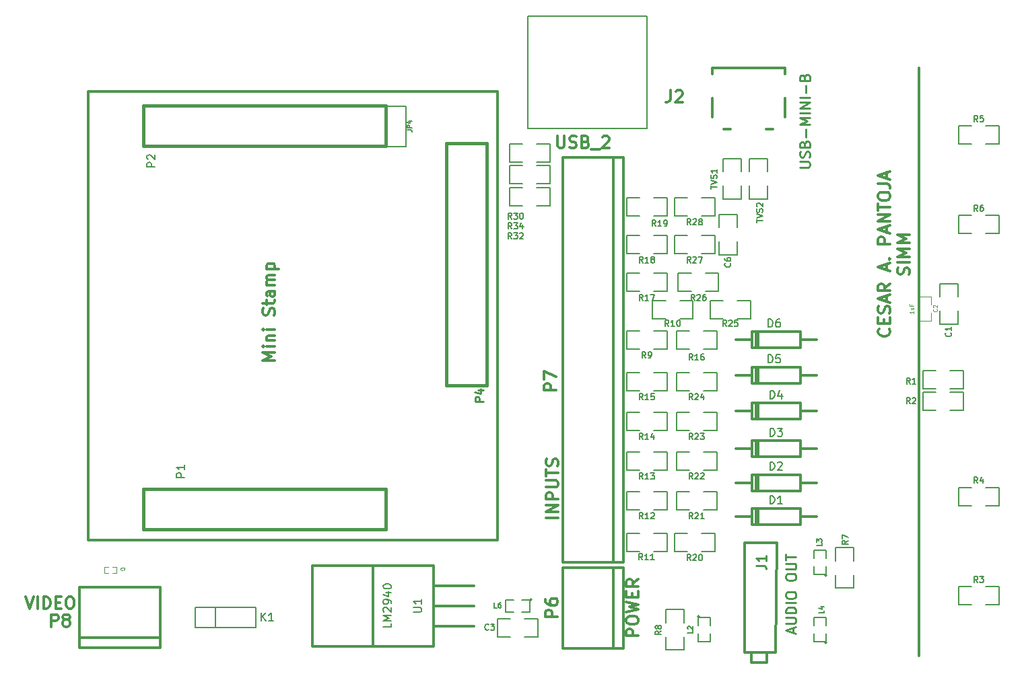
<source format=gto>
G04 (created by PCBNEW (2013-june-11)-stable) date lun 19 ago 2013 20:26:36 COT*
%MOIN*%
G04 Gerber Fmt 3.4, Leading zero omitted, Abs format*
%FSLAX34Y34*%
G01*
G70*
G90*
G04 APERTURE LIST*
%ADD10C,0.00590551*%
%ADD11C,0.012*%
%ADD12C,0.005*%
%ADD13C,0.015*%
%ADD14C,0.006*%
%ADD15C,0.0125*%
%ADD16C,0.0028*%
%ADD17C,0.0039*%
%ADD18C,0.01*%
%ADD19C,0.0079*%
%ADD20C,0.0059*%
%ADD21C,0.008*%
%ADD22C,0.0043*%
G04 APERTURE END LIST*
G54D10*
G54D11*
X79024Y-25634D02*
X79053Y-25663D01*
X79081Y-25749D01*
X79081Y-25806D01*
X79053Y-25891D01*
X78996Y-25949D01*
X78939Y-25977D01*
X78824Y-26006D01*
X78739Y-26006D01*
X78624Y-25977D01*
X78567Y-25949D01*
X78510Y-25891D01*
X78481Y-25806D01*
X78481Y-25749D01*
X78510Y-25663D01*
X78539Y-25634D01*
X78767Y-25377D02*
X78767Y-25177D01*
X79081Y-25091D02*
X79081Y-25377D01*
X78481Y-25377D01*
X78481Y-25091D01*
X79053Y-24863D02*
X79081Y-24777D01*
X79081Y-24634D01*
X79053Y-24577D01*
X79024Y-24549D01*
X78967Y-24520D01*
X78910Y-24520D01*
X78853Y-24549D01*
X78824Y-24577D01*
X78796Y-24634D01*
X78767Y-24749D01*
X78739Y-24806D01*
X78710Y-24834D01*
X78653Y-24863D01*
X78596Y-24863D01*
X78539Y-24834D01*
X78510Y-24806D01*
X78481Y-24749D01*
X78481Y-24606D01*
X78510Y-24520D01*
X78910Y-24291D02*
X78910Y-24006D01*
X79081Y-24349D02*
X78481Y-24149D01*
X79081Y-23949D01*
X79081Y-23406D02*
X78796Y-23606D01*
X79081Y-23749D02*
X78481Y-23749D01*
X78481Y-23520D01*
X78510Y-23463D01*
X78539Y-23434D01*
X78596Y-23406D01*
X78681Y-23406D01*
X78739Y-23434D01*
X78767Y-23463D01*
X78796Y-23520D01*
X78796Y-23749D01*
X78910Y-22720D02*
X78910Y-22434D01*
X79081Y-22777D02*
X78481Y-22577D01*
X79081Y-22377D01*
X79024Y-22177D02*
X79053Y-22148D01*
X79081Y-22177D01*
X79053Y-22206D01*
X79024Y-22177D01*
X79081Y-22177D01*
X79081Y-21434D02*
X78481Y-21434D01*
X78481Y-21206D01*
X78510Y-21149D01*
X78539Y-21120D01*
X78596Y-21091D01*
X78681Y-21091D01*
X78739Y-21120D01*
X78767Y-21149D01*
X78796Y-21206D01*
X78796Y-21434D01*
X78910Y-20863D02*
X78910Y-20577D01*
X79081Y-20920D02*
X78481Y-20720D01*
X79081Y-20520D01*
X79081Y-20320D02*
X78481Y-20320D01*
X79081Y-19977D01*
X78481Y-19977D01*
X78481Y-19777D02*
X78481Y-19434D01*
X79081Y-19606D02*
X78481Y-19606D01*
X78481Y-19120D02*
X78481Y-19006D01*
X78510Y-18949D01*
X78567Y-18891D01*
X78681Y-18863D01*
X78881Y-18863D01*
X78996Y-18891D01*
X79053Y-18949D01*
X79081Y-19006D01*
X79081Y-19120D01*
X79053Y-19177D01*
X78996Y-19234D01*
X78881Y-19263D01*
X78681Y-19263D01*
X78567Y-19234D01*
X78510Y-19177D01*
X78481Y-19120D01*
X78481Y-18434D02*
X78910Y-18434D01*
X78996Y-18463D01*
X79053Y-18520D01*
X79081Y-18606D01*
X79081Y-18663D01*
X78910Y-18177D02*
X78910Y-17891D01*
X79081Y-18234D02*
X78481Y-18034D01*
X79081Y-17834D01*
X80013Y-22948D02*
X80041Y-22863D01*
X80041Y-22720D01*
X80013Y-22663D01*
X79984Y-22634D01*
X79927Y-22606D01*
X79870Y-22606D01*
X79813Y-22634D01*
X79784Y-22663D01*
X79756Y-22720D01*
X79727Y-22834D01*
X79699Y-22891D01*
X79670Y-22920D01*
X79613Y-22948D01*
X79556Y-22948D01*
X79499Y-22920D01*
X79470Y-22891D01*
X79441Y-22834D01*
X79441Y-22691D01*
X79470Y-22606D01*
X80041Y-22348D02*
X79441Y-22348D01*
X80041Y-22063D02*
X79441Y-22063D01*
X79870Y-21863D01*
X79441Y-21663D01*
X80041Y-21663D01*
X80041Y-21377D02*
X79441Y-21377D01*
X79870Y-21177D01*
X79441Y-20977D01*
X80041Y-20977D01*
X48612Y-27200D02*
X48012Y-27200D01*
X48441Y-27000D01*
X48012Y-26800D01*
X48612Y-26800D01*
X48612Y-26514D02*
X48212Y-26514D01*
X48012Y-26514D02*
X48041Y-26543D01*
X48070Y-26514D01*
X48041Y-26486D01*
X48012Y-26514D01*
X48070Y-26514D01*
X48212Y-26229D02*
X48612Y-26229D01*
X48270Y-26229D02*
X48241Y-26200D01*
X48212Y-26143D01*
X48212Y-26057D01*
X48241Y-26000D01*
X48298Y-25972D01*
X48612Y-25972D01*
X48612Y-25686D02*
X48212Y-25686D01*
X48012Y-25686D02*
X48041Y-25714D01*
X48070Y-25686D01*
X48041Y-25657D01*
X48012Y-25686D01*
X48070Y-25686D01*
X48584Y-24972D02*
X48612Y-24886D01*
X48612Y-24743D01*
X48584Y-24686D01*
X48555Y-24657D01*
X48498Y-24629D01*
X48441Y-24629D01*
X48384Y-24657D01*
X48355Y-24686D01*
X48327Y-24743D01*
X48298Y-24857D01*
X48270Y-24914D01*
X48241Y-24943D01*
X48184Y-24972D01*
X48127Y-24972D01*
X48070Y-24943D01*
X48041Y-24914D01*
X48012Y-24857D01*
X48012Y-24714D01*
X48041Y-24629D01*
X48212Y-24457D02*
X48212Y-24229D01*
X48012Y-24372D02*
X48527Y-24372D01*
X48584Y-24343D01*
X48612Y-24286D01*
X48612Y-24229D01*
X48612Y-23772D02*
X48298Y-23772D01*
X48241Y-23800D01*
X48212Y-23857D01*
X48212Y-23972D01*
X48241Y-24029D01*
X48584Y-23772D02*
X48612Y-23829D01*
X48612Y-23972D01*
X48584Y-24029D01*
X48527Y-24057D01*
X48470Y-24057D01*
X48412Y-24029D01*
X48384Y-23972D01*
X48384Y-23829D01*
X48355Y-23772D01*
X48612Y-23486D02*
X48212Y-23486D01*
X48270Y-23486D02*
X48241Y-23457D01*
X48212Y-23400D01*
X48212Y-23314D01*
X48241Y-23257D01*
X48298Y-23229D01*
X48612Y-23229D01*
X48298Y-23229D02*
X48241Y-23200D01*
X48212Y-23143D01*
X48212Y-23057D01*
X48241Y-23000D01*
X48298Y-22972D01*
X48612Y-22972D01*
X48212Y-22686D02*
X48812Y-22686D01*
X48241Y-22686D02*
X48212Y-22629D01*
X48212Y-22514D01*
X48241Y-22457D01*
X48270Y-22429D01*
X48327Y-22400D01*
X48498Y-22400D01*
X48555Y-22429D01*
X48584Y-22457D01*
X48612Y-22514D01*
X48612Y-22629D01*
X48584Y-22686D01*
X59646Y-36122D02*
X39371Y-36122D01*
X59646Y-13878D02*
X59646Y-36122D01*
X39371Y-13878D02*
X59646Y-13878D01*
X39371Y-36122D02*
X39371Y-13878D01*
X80512Y-12697D02*
X80512Y-41831D01*
G54D12*
X66028Y-33704D02*
X66028Y-34604D01*
X66028Y-34604D02*
X66678Y-34604D01*
X67378Y-33704D02*
X68028Y-33704D01*
X68028Y-33704D02*
X68028Y-34604D01*
X68028Y-34604D02*
X67378Y-34604D01*
X66678Y-33704D02*
X66028Y-33704D01*
G54D11*
X70276Y-14197D02*
X70276Y-15147D01*
X71176Y-15747D02*
X70876Y-15747D01*
X70876Y-15747D02*
X70826Y-15747D01*
X73276Y-15747D02*
X72926Y-15747D01*
X73876Y-14197D02*
X73876Y-15147D01*
X70276Y-12947D02*
X70276Y-12997D01*
X70276Y-12697D02*
X70276Y-12947D01*
X70276Y-12697D02*
X73876Y-12697D01*
X73876Y-12697D02*
X73876Y-12997D01*
G54D13*
X42102Y-14594D02*
X42102Y-16594D01*
X42102Y-16594D02*
X54102Y-16594D01*
X54102Y-16594D02*
X54102Y-14594D01*
X54102Y-14594D02*
X42102Y-14594D01*
X42102Y-33594D02*
X42102Y-35594D01*
X42102Y-35594D02*
X54102Y-35594D01*
X54102Y-35594D02*
X54102Y-33594D01*
X54102Y-33594D02*
X42102Y-33594D01*
X57114Y-28444D02*
X59114Y-28444D01*
X59114Y-28444D02*
X59114Y-16444D01*
X59114Y-16444D02*
X57114Y-16444D01*
X57114Y-16444D02*
X57114Y-28444D01*
G54D14*
X55090Y-16625D02*
X54090Y-16625D01*
X54090Y-16625D02*
X54090Y-14625D01*
X54090Y-14625D02*
X55090Y-14625D01*
X55090Y-14625D02*
X55090Y-16625D01*
G54D12*
X61125Y-15706D02*
X61125Y-10156D01*
X67025Y-10156D02*
X67025Y-15706D01*
X61125Y-15706D02*
X67025Y-15706D01*
X61125Y-10156D02*
X67025Y-10156D01*
X72990Y-17209D02*
X72090Y-17209D01*
X72090Y-17209D02*
X72090Y-17859D01*
X72990Y-18559D02*
X72990Y-19209D01*
X72990Y-19209D02*
X72090Y-19209D01*
X72090Y-19209D02*
X72090Y-18559D01*
X72990Y-17859D02*
X72990Y-17209D01*
X71710Y-17209D02*
X70810Y-17209D01*
X70810Y-17209D02*
X70810Y-17859D01*
X71710Y-18559D02*
X71710Y-19209D01*
X71710Y-19209D02*
X70810Y-19209D01*
X70810Y-19209D02*
X70810Y-18559D01*
X71710Y-17859D02*
X71710Y-17209D01*
X82438Y-23410D02*
X81538Y-23410D01*
X81538Y-23410D02*
X81538Y-24060D01*
X82438Y-24760D02*
X82438Y-25410D01*
X82438Y-25410D02*
X81538Y-25410D01*
X81538Y-25410D02*
X81538Y-24760D01*
X82438Y-24060D02*
X82438Y-23410D01*
G54D15*
X74925Y-31595D02*
X75425Y-31595D01*
X71925Y-31595D02*
X71425Y-31595D01*
X71925Y-31595D02*
X72225Y-31595D01*
G54D11*
X72225Y-31595D02*
X72225Y-31995D01*
X72225Y-31995D02*
X74625Y-31995D01*
X74625Y-31995D02*
X74625Y-31595D01*
X74625Y-31595D02*
X74925Y-31595D01*
X74625Y-31595D02*
X74625Y-31195D01*
X74625Y-31195D02*
X72225Y-31195D01*
X72225Y-31195D02*
X72225Y-31595D01*
X72425Y-31995D02*
X72425Y-31195D01*
X72525Y-31195D02*
X72525Y-31995D01*
G54D15*
X74925Y-33268D02*
X75425Y-33268D01*
X71925Y-33268D02*
X71425Y-33268D01*
X71925Y-33268D02*
X72225Y-33268D01*
G54D11*
X72225Y-33268D02*
X72225Y-33668D01*
X72225Y-33668D02*
X74625Y-33668D01*
X74625Y-33668D02*
X74625Y-33268D01*
X74625Y-33268D02*
X74925Y-33268D01*
X74625Y-33268D02*
X74625Y-32868D01*
X74625Y-32868D02*
X72225Y-32868D01*
X72225Y-32868D02*
X72225Y-33268D01*
X72425Y-33668D02*
X72425Y-32868D01*
X72525Y-32868D02*
X72525Y-33668D01*
G54D15*
X74925Y-34941D02*
X75425Y-34941D01*
X71925Y-34941D02*
X71425Y-34941D01*
X71925Y-34941D02*
X72225Y-34941D01*
G54D11*
X72225Y-34941D02*
X72225Y-35341D01*
X72225Y-35341D02*
X74625Y-35341D01*
X74625Y-35341D02*
X74625Y-34941D01*
X74625Y-34941D02*
X74925Y-34941D01*
X74625Y-34941D02*
X74625Y-34541D01*
X74625Y-34541D02*
X72225Y-34541D01*
X72225Y-34541D02*
X72225Y-34941D01*
X72425Y-35341D02*
X72425Y-34541D01*
X72525Y-34541D02*
X72525Y-35341D01*
G54D15*
X74925Y-29725D02*
X75425Y-29725D01*
X71925Y-29725D02*
X71425Y-29725D01*
X71925Y-29725D02*
X72225Y-29725D01*
G54D11*
X72225Y-29725D02*
X72225Y-30125D01*
X72225Y-30125D02*
X74625Y-30125D01*
X74625Y-30125D02*
X74625Y-29725D01*
X74625Y-29725D02*
X74925Y-29725D01*
X74625Y-29725D02*
X74625Y-29325D01*
X74625Y-29325D02*
X72225Y-29325D01*
X72225Y-29325D02*
X72225Y-29725D01*
X72425Y-30125D02*
X72425Y-29325D01*
X72525Y-29325D02*
X72525Y-30125D01*
G54D15*
X74925Y-26181D02*
X75425Y-26181D01*
X71925Y-26181D02*
X71425Y-26181D01*
X71925Y-26181D02*
X72225Y-26181D01*
G54D11*
X72225Y-26181D02*
X72225Y-26581D01*
X72225Y-26581D02*
X74625Y-26581D01*
X74625Y-26581D02*
X74625Y-26181D01*
X74625Y-26181D02*
X74925Y-26181D01*
X74625Y-26181D02*
X74625Y-25781D01*
X74625Y-25781D02*
X72225Y-25781D01*
X72225Y-25781D02*
X72225Y-26181D01*
X72425Y-26581D02*
X72425Y-25781D01*
X72525Y-25781D02*
X72525Y-26581D01*
G54D15*
X74925Y-27953D02*
X75425Y-27953D01*
X71925Y-27953D02*
X71425Y-27953D01*
X71925Y-27953D02*
X72225Y-27953D01*
G54D11*
X72225Y-27953D02*
X72225Y-28353D01*
X72225Y-28353D02*
X74625Y-28353D01*
X74625Y-28353D02*
X74625Y-27953D01*
X74625Y-27953D02*
X74925Y-27953D01*
X74625Y-27953D02*
X74625Y-27553D01*
X74625Y-27553D02*
X72225Y-27553D01*
X72225Y-27553D02*
X72225Y-27953D01*
X72425Y-28353D02*
X72425Y-27553D01*
X72525Y-27553D02*
X72525Y-28353D01*
X58465Y-40370D02*
X56465Y-40370D01*
X58465Y-39370D02*
X56465Y-39370D01*
X58465Y-38370D02*
X56465Y-38370D01*
X56465Y-37370D02*
X50465Y-37370D01*
X50465Y-37370D02*
X50465Y-41370D01*
X50465Y-41370D02*
X56465Y-41370D01*
X56465Y-41370D02*
X56465Y-37370D01*
X53465Y-37870D02*
X53465Y-41370D01*
X53465Y-37870D02*
X53465Y-37370D01*
G54D14*
X44662Y-40461D02*
X44662Y-39461D01*
X44662Y-39461D02*
X47662Y-39461D01*
X47662Y-39461D02*
X47662Y-40461D01*
X47662Y-40461D02*
X44662Y-40461D01*
X45662Y-39461D02*
X45662Y-40461D01*
G54D11*
X42945Y-40961D02*
X38945Y-40961D01*
X42945Y-41461D02*
X42945Y-38461D01*
X42945Y-38461D02*
X38945Y-38461D01*
X38945Y-38461D02*
X38945Y-41461D01*
X38945Y-41461D02*
X42945Y-41461D01*
X65370Y-25201D02*
X65370Y-17151D01*
X62870Y-25201D02*
X62870Y-17151D01*
X62870Y-17151D02*
X65870Y-17151D01*
X65870Y-17151D02*
X65870Y-25201D01*
X62870Y-37201D02*
X65870Y-37201D01*
X65370Y-37201D02*
X65370Y-25201D01*
X62870Y-37201D02*
X62870Y-25201D01*
X65870Y-37201D02*
X65870Y-25201D01*
X65370Y-37469D02*
X65370Y-41469D01*
X65870Y-37469D02*
X62870Y-37469D01*
X62870Y-37469D02*
X62870Y-41469D01*
X62870Y-41469D02*
X65870Y-41469D01*
X65870Y-41469D02*
X65870Y-37469D01*
X72208Y-42183D02*
X72958Y-42183D01*
X72958Y-42183D02*
X72958Y-41733D01*
X72208Y-41683D02*
X72208Y-42033D01*
X72208Y-42033D02*
X72208Y-42183D01*
X71858Y-41683D02*
X73408Y-41683D01*
X73408Y-41683D02*
X73458Y-36233D01*
X73458Y-36233D02*
X71858Y-36233D01*
X71858Y-41683D02*
X71858Y-36233D01*
G54D12*
X59630Y-40003D02*
X59630Y-40903D01*
X59630Y-40903D02*
X60280Y-40903D01*
X60980Y-40003D02*
X61630Y-40003D01*
X61630Y-40003D02*
X61630Y-40903D01*
X61630Y-40903D02*
X60980Y-40903D01*
X60280Y-40003D02*
X59630Y-40003D01*
X70613Y-21965D02*
X71513Y-21965D01*
X71513Y-21965D02*
X71513Y-21315D01*
X70613Y-20615D02*
X70613Y-19965D01*
X70613Y-19965D02*
X71513Y-19965D01*
X71513Y-19965D02*
X71513Y-20615D01*
X70613Y-21315D02*
X70613Y-21965D01*
X80693Y-27700D02*
X80693Y-28600D01*
X80693Y-28600D02*
X81343Y-28600D01*
X82043Y-27700D02*
X82693Y-27700D01*
X82693Y-27700D02*
X82693Y-28600D01*
X82693Y-28600D02*
X82043Y-28600D01*
X81343Y-27700D02*
X80693Y-27700D01*
X82465Y-38428D02*
X82465Y-39328D01*
X82465Y-39328D02*
X83115Y-39328D01*
X83815Y-38428D02*
X84465Y-38428D01*
X84465Y-38428D02*
X84465Y-39328D01*
X84465Y-39328D02*
X83815Y-39328D01*
X83115Y-38428D02*
X82465Y-38428D01*
X82465Y-33507D02*
X82465Y-34407D01*
X82465Y-34407D02*
X83115Y-34407D01*
X83815Y-33507D02*
X84465Y-33507D01*
X84465Y-33507D02*
X84465Y-34407D01*
X84465Y-34407D02*
X83815Y-34407D01*
X83115Y-33507D02*
X82465Y-33507D01*
X82465Y-15594D02*
X82465Y-16494D01*
X82465Y-16494D02*
X83115Y-16494D01*
X83815Y-15594D02*
X84465Y-15594D01*
X84465Y-15594D02*
X84465Y-16494D01*
X84465Y-16494D02*
X83815Y-16494D01*
X83115Y-15594D02*
X82465Y-15594D01*
X82465Y-20023D02*
X82465Y-20923D01*
X82465Y-20923D02*
X83115Y-20923D01*
X83815Y-20023D02*
X84465Y-20023D01*
X84465Y-20023D02*
X84465Y-20923D01*
X84465Y-20923D02*
X83815Y-20923D01*
X83115Y-20023D02*
X82465Y-20023D01*
X66028Y-25731D02*
X66028Y-26631D01*
X66028Y-26631D02*
X66678Y-26631D01*
X67378Y-25731D02*
X68028Y-25731D01*
X68028Y-25731D02*
X68028Y-26631D01*
X68028Y-26631D02*
X67378Y-26631D01*
X66678Y-25731D02*
X66028Y-25731D01*
X67307Y-24255D02*
X67307Y-25155D01*
X67307Y-25155D02*
X67957Y-25155D01*
X68657Y-24255D02*
X69307Y-24255D01*
X69307Y-24255D02*
X69307Y-25155D01*
X69307Y-25155D02*
X68657Y-25155D01*
X67957Y-24255D02*
X67307Y-24255D01*
X66028Y-31735D02*
X66028Y-32635D01*
X66028Y-32635D02*
X66678Y-32635D01*
X67378Y-31735D02*
X68028Y-31735D01*
X68028Y-31735D02*
X68028Y-32635D01*
X68028Y-32635D02*
X67378Y-32635D01*
X66678Y-31735D02*
X66028Y-31735D01*
X66028Y-29767D02*
X66028Y-30667D01*
X66028Y-30667D02*
X66678Y-30667D01*
X67378Y-29767D02*
X68028Y-29767D01*
X68028Y-29767D02*
X68028Y-30667D01*
X68028Y-30667D02*
X67378Y-30667D01*
X66678Y-29767D02*
X66028Y-29767D01*
X66028Y-27798D02*
X66028Y-28698D01*
X66028Y-28698D02*
X66678Y-28698D01*
X67378Y-27798D02*
X68028Y-27798D01*
X68028Y-27798D02*
X68028Y-28698D01*
X68028Y-28698D02*
X67378Y-28698D01*
X66678Y-27798D02*
X66028Y-27798D01*
X68488Y-25731D02*
X68488Y-26631D01*
X68488Y-26631D02*
X69138Y-26631D01*
X69838Y-25731D02*
X70488Y-25731D01*
X70488Y-25731D02*
X70488Y-26631D01*
X70488Y-26631D02*
X69838Y-26631D01*
X69138Y-25731D02*
X68488Y-25731D01*
X66028Y-22877D02*
X66028Y-23777D01*
X66028Y-23777D02*
X66678Y-23777D01*
X67378Y-22877D02*
X68028Y-22877D01*
X68028Y-22877D02*
X68028Y-23777D01*
X68028Y-23777D02*
X67378Y-23777D01*
X66678Y-22877D02*
X66028Y-22877D01*
X66028Y-21007D02*
X66028Y-21907D01*
X66028Y-21907D02*
X66678Y-21907D01*
X67378Y-21007D02*
X68028Y-21007D01*
X68028Y-21007D02*
X68028Y-21907D01*
X68028Y-21907D02*
X67378Y-21907D01*
X66678Y-21007D02*
X66028Y-21007D01*
X66028Y-19137D02*
X66028Y-20037D01*
X66028Y-20037D02*
X66678Y-20037D01*
X67378Y-19137D02*
X68028Y-19137D01*
X68028Y-19137D02*
X68028Y-20037D01*
X68028Y-20037D02*
X67378Y-20037D01*
X66678Y-19137D02*
X66028Y-19137D01*
X68390Y-35771D02*
X68390Y-36671D01*
X68390Y-36671D02*
X69040Y-36671D01*
X69740Y-35771D02*
X70390Y-35771D01*
X70390Y-35771D02*
X70390Y-36671D01*
X70390Y-36671D02*
X69740Y-36671D01*
X69040Y-35771D02*
X68390Y-35771D01*
X68488Y-33704D02*
X68488Y-34604D01*
X68488Y-34604D02*
X69138Y-34604D01*
X69838Y-33704D02*
X70488Y-33704D01*
X70488Y-33704D02*
X70488Y-34604D01*
X70488Y-34604D02*
X69838Y-34604D01*
X69138Y-33704D02*
X68488Y-33704D01*
X68488Y-31735D02*
X68488Y-32635D01*
X68488Y-32635D02*
X69138Y-32635D01*
X69838Y-31735D02*
X70488Y-31735D01*
X70488Y-31735D02*
X70488Y-32635D01*
X70488Y-32635D02*
X69838Y-32635D01*
X69138Y-31735D02*
X68488Y-31735D01*
X68488Y-29767D02*
X68488Y-30667D01*
X68488Y-30667D02*
X69138Y-30667D01*
X69838Y-29767D02*
X70488Y-29767D01*
X70488Y-29767D02*
X70488Y-30667D01*
X70488Y-30667D02*
X69838Y-30667D01*
X69138Y-29767D02*
X68488Y-29767D01*
X68488Y-27798D02*
X68488Y-28698D01*
X68488Y-28698D02*
X69138Y-28698D01*
X69838Y-27798D02*
X70488Y-27798D01*
X70488Y-27798D02*
X70488Y-28698D01*
X70488Y-28698D02*
X69838Y-28698D01*
X69138Y-27798D02*
X68488Y-27798D01*
X72162Y-25155D02*
X72162Y-24255D01*
X72162Y-24255D02*
X71512Y-24255D01*
X70812Y-25155D02*
X70162Y-25155D01*
X70162Y-25155D02*
X70162Y-24255D01*
X70162Y-24255D02*
X70812Y-24255D01*
X71512Y-25155D02*
X72162Y-25155D01*
X70587Y-23777D02*
X70587Y-22877D01*
X70587Y-22877D02*
X69937Y-22877D01*
X69237Y-23777D02*
X68587Y-23777D01*
X68587Y-23777D02*
X68587Y-22877D01*
X68587Y-22877D02*
X69237Y-22877D01*
X69937Y-23777D02*
X70587Y-23777D01*
X70390Y-21907D02*
X70390Y-21007D01*
X70390Y-21007D02*
X69740Y-21007D01*
X69040Y-21907D02*
X68390Y-21907D01*
X68390Y-21907D02*
X68390Y-21007D01*
X68390Y-21007D02*
X69040Y-21007D01*
X69740Y-21907D02*
X70390Y-21907D01*
X70390Y-20037D02*
X70390Y-19137D01*
X70390Y-19137D02*
X69740Y-19137D01*
X69040Y-20037D02*
X68390Y-20037D01*
X68390Y-20037D02*
X68390Y-19137D01*
X68390Y-19137D02*
X69040Y-19137D01*
X69740Y-20037D02*
X70390Y-20037D01*
X62221Y-17379D02*
X62221Y-16479D01*
X62221Y-16479D02*
X61571Y-16479D01*
X60871Y-17379D02*
X60221Y-17379D01*
X60221Y-17379D02*
X60221Y-16479D01*
X60221Y-16479D02*
X60871Y-16479D01*
X61571Y-17379D02*
X62221Y-17379D01*
X62221Y-18462D02*
X62221Y-17562D01*
X62221Y-17562D02*
X61571Y-17562D01*
X60871Y-18462D02*
X60221Y-18462D01*
X60221Y-18462D02*
X60221Y-17562D01*
X60221Y-17562D02*
X60871Y-17562D01*
X61571Y-18462D02*
X62221Y-18462D01*
X62221Y-19545D02*
X62221Y-18645D01*
X62221Y-18645D02*
X61571Y-18645D01*
X60871Y-19545D02*
X60221Y-19545D01*
X60221Y-19545D02*
X60221Y-18645D01*
X60221Y-18645D02*
X60871Y-18645D01*
X61571Y-19545D02*
X62221Y-19545D01*
X69632Y-39901D02*
G75*
G03X69632Y-39901I-50J0D01*
G74*
G01*
X69582Y-40351D02*
X69582Y-39951D01*
X69582Y-39951D02*
X70182Y-39951D01*
X70182Y-39951D02*
X70182Y-40351D01*
X70182Y-40751D02*
X70182Y-41151D01*
X70182Y-41151D02*
X69582Y-41151D01*
X69582Y-41151D02*
X69582Y-40751D01*
X75941Y-37855D02*
G75*
G03X75941Y-37855I-50J0D01*
G74*
G01*
X75891Y-37405D02*
X75891Y-37805D01*
X75891Y-37805D02*
X75291Y-37805D01*
X75291Y-37805D02*
X75291Y-37405D01*
X75291Y-37005D02*
X75291Y-36605D01*
X75291Y-36605D02*
X75891Y-36605D01*
X75891Y-36605D02*
X75891Y-37005D01*
X75941Y-41201D02*
G75*
G03X75941Y-41201I-50J0D01*
G74*
G01*
X75891Y-40751D02*
X75891Y-41151D01*
X75891Y-41151D02*
X75291Y-41151D01*
X75291Y-41151D02*
X75291Y-40751D01*
X75291Y-40351D02*
X75291Y-39951D01*
X75291Y-39951D02*
X75891Y-39951D01*
X75891Y-39951D02*
X75891Y-40351D01*
X61330Y-39070D02*
G75*
G03X61330Y-39070I-50J0D01*
G74*
G01*
X60830Y-39070D02*
X61230Y-39070D01*
X61230Y-39070D02*
X61230Y-39670D01*
X61230Y-39670D02*
X60830Y-39670D01*
X60430Y-39670D02*
X60030Y-39670D01*
X60030Y-39670D02*
X60030Y-39070D01*
X60030Y-39070D02*
X60430Y-39070D01*
G54D16*
X40364Y-37436D02*
X40164Y-37436D01*
X40164Y-37436D02*
X40164Y-37736D01*
X40164Y-37736D02*
X40364Y-37736D01*
X40564Y-37436D02*
X40764Y-37436D01*
X40764Y-37436D02*
X40764Y-37736D01*
X40764Y-37736D02*
X40564Y-37736D01*
G54D17*
X80541Y-23999D02*
G75*
G03X80541Y-23999I-50J0D01*
G74*
G01*
X80491Y-24449D02*
X80491Y-24049D01*
X80491Y-24049D02*
X81091Y-24049D01*
X81091Y-24049D02*
X81091Y-24449D01*
X81091Y-24849D02*
X81091Y-25249D01*
X81091Y-25249D02*
X80491Y-25249D01*
X80491Y-25249D02*
X80491Y-24849D01*
G54D12*
X66028Y-35771D02*
X66028Y-36671D01*
X66028Y-36671D02*
X66678Y-36671D01*
X67378Y-35771D02*
X68028Y-35771D01*
X68028Y-35771D02*
X68028Y-36671D01*
X68028Y-36671D02*
X67378Y-36671D01*
X66678Y-35771D02*
X66028Y-35771D01*
X77280Y-36484D02*
X76380Y-36484D01*
X76380Y-36484D02*
X76380Y-37134D01*
X77280Y-37834D02*
X77280Y-38484D01*
X77280Y-38484D02*
X76380Y-38484D01*
X76380Y-38484D02*
X76380Y-37834D01*
X77280Y-37134D02*
X77280Y-36484D01*
X80693Y-28783D02*
X80693Y-29683D01*
X80693Y-29683D02*
X81343Y-29683D01*
X82043Y-28783D02*
X82693Y-28783D01*
X82693Y-28783D02*
X82693Y-29683D01*
X82693Y-29683D02*
X82043Y-29683D01*
X81343Y-28783D02*
X80693Y-28783D01*
X67956Y-41551D02*
X68856Y-41551D01*
X68856Y-41551D02*
X68856Y-40901D01*
X67956Y-40201D02*
X67956Y-39551D01*
X67956Y-39551D02*
X68856Y-39551D01*
X68856Y-39551D02*
X68856Y-40201D01*
X67956Y-40901D02*
X67956Y-41551D01*
X66835Y-35062D02*
X66735Y-34919D01*
X66663Y-35062D02*
X66663Y-34762D01*
X66778Y-34762D01*
X66806Y-34776D01*
X66820Y-34791D01*
X66835Y-34819D01*
X66835Y-34862D01*
X66820Y-34891D01*
X66806Y-34905D01*
X66778Y-34919D01*
X66663Y-34919D01*
X67120Y-35062D02*
X66949Y-35062D01*
X67035Y-35062D02*
X67035Y-34762D01*
X67006Y-34805D01*
X66978Y-34833D01*
X66949Y-34848D01*
X67235Y-34791D02*
X67249Y-34776D01*
X67278Y-34762D01*
X67349Y-34762D01*
X67378Y-34776D01*
X67392Y-34791D01*
X67406Y-34819D01*
X67406Y-34848D01*
X67392Y-34891D01*
X67220Y-35062D01*
X67406Y-35062D01*
G54D18*
X74604Y-17640D02*
X75009Y-17640D01*
X75056Y-17616D01*
X75080Y-17593D01*
X75104Y-17545D01*
X75104Y-17450D01*
X75080Y-17402D01*
X75056Y-17378D01*
X75009Y-17355D01*
X74604Y-17355D01*
X75080Y-17140D02*
X75104Y-17069D01*
X75104Y-16950D01*
X75080Y-16902D01*
X75056Y-16878D01*
X75009Y-16855D01*
X74961Y-16855D01*
X74913Y-16878D01*
X74890Y-16902D01*
X74866Y-16950D01*
X74842Y-17045D01*
X74818Y-17093D01*
X74794Y-17116D01*
X74747Y-17140D01*
X74699Y-17140D01*
X74652Y-17116D01*
X74628Y-17093D01*
X74604Y-17045D01*
X74604Y-16926D01*
X74628Y-16855D01*
X74842Y-16474D02*
X74866Y-16402D01*
X74890Y-16378D01*
X74937Y-16355D01*
X75009Y-16355D01*
X75056Y-16378D01*
X75080Y-16402D01*
X75104Y-16450D01*
X75104Y-16640D01*
X74604Y-16640D01*
X74604Y-16474D01*
X74628Y-16426D01*
X74652Y-16402D01*
X74699Y-16378D01*
X74747Y-16378D01*
X74794Y-16402D01*
X74818Y-16426D01*
X74842Y-16474D01*
X74842Y-16640D01*
X74913Y-16140D02*
X74913Y-15759D01*
X75104Y-15521D02*
X74604Y-15521D01*
X74961Y-15355D01*
X74604Y-15188D01*
X75104Y-15188D01*
X75104Y-14950D02*
X74604Y-14950D01*
X75104Y-14712D02*
X74604Y-14712D01*
X75104Y-14426D01*
X74604Y-14426D01*
X75104Y-14188D02*
X74604Y-14188D01*
X74913Y-13950D02*
X74913Y-13569D01*
X74842Y-13164D02*
X74866Y-13093D01*
X74890Y-13069D01*
X74937Y-13045D01*
X75009Y-13045D01*
X75056Y-13069D01*
X75080Y-13093D01*
X75104Y-13140D01*
X75104Y-13331D01*
X74604Y-13331D01*
X74604Y-13164D01*
X74628Y-13116D01*
X74652Y-13093D01*
X74699Y-13069D01*
X74747Y-13069D01*
X74794Y-13093D01*
X74818Y-13116D01*
X74842Y-13164D01*
X74842Y-13331D01*
G54D19*
X42679Y-17613D02*
X42285Y-17613D01*
X42285Y-17463D01*
X42304Y-17426D01*
X42323Y-17407D01*
X42360Y-17388D01*
X42416Y-17388D01*
X42454Y-17407D01*
X42473Y-17426D01*
X42491Y-17463D01*
X42491Y-17613D01*
X42323Y-17238D02*
X42304Y-17219D01*
X42285Y-17182D01*
X42285Y-17088D01*
X42304Y-17050D01*
X42323Y-17032D01*
X42360Y-17013D01*
X42398Y-17013D01*
X42454Y-17032D01*
X42679Y-17257D01*
X42679Y-17013D01*
X44153Y-33003D02*
X43753Y-33003D01*
X43753Y-32850D01*
X43772Y-32812D01*
X43792Y-32793D01*
X43830Y-32774D01*
X43887Y-32774D01*
X43925Y-32793D01*
X43944Y-32812D01*
X43963Y-32850D01*
X43963Y-33003D01*
X44153Y-32393D02*
X44153Y-32622D01*
X44153Y-32507D02*
X43753Y-32507D01*
X43811Y-32546D01*
X43849Y-32584D01*
X43868Y-32622D01*
G54D18*
X58928Y-29239D02*
X58528Y-29239D01*
X58528Y-29086D01*
X58547Y-29048D01*
X58567Y-29029D01*
X58605Y-29010D01*
X58662Y-29010D01*
X58700Y-29029D01*
X58719Y-29048D01*
X58738Y-29086D01*
X58738Y-29239D01*
X58662Y-28667D02*
X58928Y-28667D01*
X58509Y-28763D02*
X58795Y-28858D01*
X58795Y-28610D01*
G54D20*
X55162Y-15790D02*
X55331Y-15790D01*
X55364Y-15801D01*
X55387Y-15824D01*
X55398Y-15858D01*
X55398Y-15880D01*
X55398Y-15678D02*
X55162Y-15678D01*
X55162Y-15588D01*
X55173Y-15565D01*
X55185Y-15554D01*
X55207Y-15543D01*
X55241Y-15543D01*
X55263Y-15554D01*
X55274Y-15565D01*
X55286Y-15588D01*
X55286Y-15678D01*
X55241Y-15341D02*
X55398Y-15341D01*
X55151Y-15397D02*
X55319Y-15453D01*
X55319Y-15307D01*
G54D11*
X68206Y-13816D02*
X68206Y-14245D01*
X68177Y-14331D01*
X68120Y-14388D01*
X68034Y-14416D01*
X67977Y-14416D01*
X68463Y-13874D02*
X68491Y-13845D01*
X68548Y-13816D01*
X68691Y-13816D01*
X68748Y-13845D01*
X68777Y-13874D01*
X68806Y-13931D01*
X68806Y-13988D01*
X68777Y-14074D01*
X68434Y-14416D01*
X68806Y-14416D01*
X62606Y-16079D02*
X62606Y-16565D01*
X62635Y-16622D01*
X62663Y-16651D01*
X62720Y-16679D01*
X62835Y-16679D01*
X62892Y-16651D01*
X62920Y-16622D01*
X62949Y-16565D01*
X62949Y-16079D01*
X63206Y-16651D02*
X63292Y-16679D01*
X63435Y-16679D01*
X63492Y-16651D01*
X63520Y-16622D01*
X63549Y-16565D01*
X63549Y-16508D01*
X63520Y-16451D01*
X63492Y-16422D01*
X63435Y-16394D01*
X63320Y-16365D01*
X63263Y-16337D01*
X63235Y-16308D01*
X63206Y-16251D01*
X63206Y-16194D01*
X63235Y-16137D01*
X63263Y-16108D01*
X63320Y-16079D01*
X63463Y-16079D01*
X63549Y-16108D01*
X64006Y-16365D02*
X64092Y-16394D01*
X64120Y-16422D01*
X64149Y-16479D01*
X64149Y-16565D01*
X64120Y-16622D01*
X64092Y-16651D01*
X64035Y-16679D01*
X63806Y-16679D01*
X63806Y-16079D01*
X64006Y-16079D01*
X64063Y-16108D01*
X64092Y-16137D01*
X64120Y-16194D01*
X64120Y-16251D01*
X64092Y-16308D01*
X64063Y-16337D01*
X64006Y-16365D01*
X63806Y-16365D01*
X64263Y-16737D02*
X64720Y-16737D01*
X64835Y-16137D02*
X64863Y-16108D01*
X64920Y-16079D01*
X65063Y-16079D01*
X65120Y-16108D01*
X65149Y-16137D01*
X65178Y-16194D01*
X65178Y-16251D01*
X65149Y-16337D01*
X64806Y-16679D01*
X65178Y-16679D01*
G54D12*
X72460Y-20382D02*
X72460Y-20210D01*
X72760Y-20296D02*
X72460Y-20296D01*
X72460Y-20153D02*
X72760Y-20053D01*
X72460Y-19953D01*
X72746Y-19867D02*
X72760Y-19824D01*
X72760Y-19753D01*
X72746Y-19724D01*
X72731Y-19710D01*
X72703Y-19696D01*
X72674Y-19696D01*
X72646Y-19710D01*
X72631Y-19724D01*
X72617Y-19753D01*
X72603Y-19810D01*
X72589Y-19839D01*
X72574Y-19853D01*
X72546Y-19867D01*
X72517Y-19867D01*
X72489Y-19853D01*
X72474Y-19839D01*
X72460Y-19810D01*
X72460Y-19739D01*
X72474Y-19696D01*
X72489Y-19582D02*
X72474Y-19567D01*
X72460Y-19539D01*
X72460Y-19467D01*
X72474Y-19439D01*
X72489Y-19424D01*
X72517Y-19410D01*
X72546Y-19410D01*
X72589Y-19424D01*
X72760Y-19596D01*
X72760Y-19410D01*
X70195Y-18709D02*
X70195Y-18537D01*
X70495Y-18623D02*
X70195Y-18623D01*
X70195Y-18480D02*
X70495Y-18380D01*
X70195Y-18280D01*
X70481Y-18194D02*
X70495Y-18151D01*
X70495Y-18080D01*
X70481Y-18051D01*
X70466Y-18037D01*
X70438Y-18023D01*
X70409Y-18023D01*
X70381Y-18037D01*
X70366Y-18051D01*
X70352Y-18080D01*
X70338Y-18137D01*
X70324Y-18166D01*
X70309Y-18180D01*
X70281Y-18194D01*
X70252Y-18194D01*
X70224Y-18180D01*
X70209Y-18166D01*
X70195Y-18137D01*
X70195Y-18066D01*
X70209Y-18023D01*
X70495Y-17737D02*
X70495Y-17909D01*
X70495Y-17823D02*
X70195Y-17823D01*
X70238Y-17851D01*
X70266Y-17880D01*
X70281Y-17909D01*
X82080Y-25838D02*
X82095Y-25852D01*
X82109Y-25895D01*
X82109Y-25923D01*
X82095Y-25966D01*
X82066Y-25995D01*
X82038Y-26009D01*
X81980Y-26023D01*
X81938Y-26023D01*
X81880Y-26009D01*
X81852Y-25995D01*
X81823Y-25966D01*
X81809Y-25923D01*
X81809Y-25895D01*
X81823Y-25852D01*
X81838Y-25838D01*
X82109Y-25552D02*
X82109Y-25723D01*
X82109Y-25638D02*
X81809Y-25638D01*
X81852Y-25666D01*
X81880Y-25695D01*
X81895Y-25723D01*
G54D21*
X73129Y-30969D02*
X73129Y-30569D01*
X73225Y-30569D01*
X73282Y-30588D01*
X73320Y-30627D01*
X73339Y-30665D01*
X73358Y-30741D01*
X73358Y-30798D01*
X73339Y-30874D01*
X73320Y-30912D01*
X73282Y-30950D01*
X73225Y-30969D01*
X73129Y-30969D01*
X73491Y-30569D02*
X73739Y-30569D01*
X73605Y-30722D01*
X73663Y-30722D01*
X73701Y-30741D01*
X73720Y-30760D01*
X73739Y-30798D01*
X73739Y-30893D01*
X73720Y-30931D01*
X73701Y-30950D01*
X73663Y-30969D01*
X73548Y-30969D01*
X73510Y-30950D01*
X73491Y-30931D01*
X73129Y-32641D02*
X73129Y-32241D01*
X73225Y-32241D01*
X73282Y-32260D01*
X73320Y-32299D01*
X73339Y-32337D01*
X73358Y-32413D01*
X73358Y-32470D01*
X73339Y-32546D01*
X73320Y-32584D01*
X73282Y-32622D01*
X73225Y-32641D01*
X73129Y-32641D01*
X73510Y-32280D02*
X73529Y-32260D01*
X73567Y-32241D01*
X73663Y-32241D01*
X73701Y-32260D01*
X73720Y-32280D01*
X73739Y-32318D01*
X73739Y-32356D01*
X73720Y-32413D01*
X73491Y-32641D01*
X73739Y-32641D01*
X73129Y-34315D02*
X73129Y-33915D01*
X73225Y-33915D01*
X73282Y-33934D01*
X73320Y-33973D01*
X73339Y-34011D01*
X73358Y-34087D01*
X73358Y-34144D01*
X73339Y-34220D01*
X73320Y-34258D01*
X73282Y-34296D01*
X73225Y-34315D01*
X73129Y-34315D01*
X73739Y-34315D02*
X73510Y-34315D01*
X73625Y-34315D02*
X73625Y-33915D01*
X73586Y-33973D01*
X73548Y-34011D01*
X73510Y-34030D01*
X73129Y-29098D02*
X73129Y-28698D01*
X73225Y-28698D01*
X73282Y-28717D01*
X73320Y-28756D01*
X73339Y-28794D01*
X73358Y-28870D01*
X73358Y-28927D01*
X73339Y-29003D01*
X73320Y-29041D01*
X73282Y-29079D01*
X73225Y-29098D01*
X73129Y-29098D01*
X73701Y-28832D02*
X73701Y-29098D01*
X73605Y-28679D02*
X73510Y-28965D01*
X73758Y-28965D01*
X73031Y-25554D02*
X73031Y-25154D01*
X73127Y-25154D01*
X73184Y-25173D01*
X73222Y-25212D01*
X73241Y-25250D01*
X73260Y-25326D01*
X73260Y-25383D01*
X73241Y-25459D01*
X73222Y-25497D01*
X73184Y-25535D01*
X73127Y-25554D01*
X73031Y-25554D01*
X73603Y-25154D02*
X73527Y-25154D01*
X73488Y-25173D01*
X73469Y-25193D01*
X73431Y-25250D01*
X73412Y-25326D01*
X73412Y-25478D01*
X73431Y-25516D01*
X73450Y-25535D01*
X73488Y-25554D01*
X73565Y-25554D01*
X73603Y-25535D01*
X73622Y-25516D01*
X73641Y-25478D01*
X73641Y-25383D01*
X73622Y-25345D01*
X73603Y-25326D01*
X73565Y-25307D01*
X73488Y-25307D01*
X73450Y-25326D01*
X73431Y-25345D01*
X73412Y-25383D01*
X73031Y-27327D02*
X73031Y-26927D01*
X73127Y-26927D01*
X73184Y-26946D01*
X73222Y-26985D01*
X73241Y-27023D01*
X73260Y-27099D01*
X73260Y-27156D01*
X73241Y-27232D01*
X73222Y-27270D01*
X73184Y-27308D01*
X73127Y-27327D01*
X73031Y-27327D01*
X73622Y-26927D02*
X73431Y-26927D01*
X73412Y-27118D01*
X73431Y-27099D01*
X73469Y-27080D01*
X73565Y-27080D01*
X73603Y-27099D01*
X73622Y-27118D01*
X73641Y-27156D01*
X73641Y-27251D01*
X73622Y-27289D01*
X73603Y-27308D01*
X73565Y-27327D01*
X73469Y-27327D01*
X73431Y-27308D01*
X73412Y-27289D01*
X55476Y-39674D02*
X55800Y-39674D01*
X55838Y-39655D01*
X55857Y-39636D01*
X55876Y-39598D01*
X55876Y-39522D01*
X55857Y-39484D01*
X55838Y-39465D01*
X55800Y-39446D01*
X55476Y-39446D01*
X55876Y-39046D02*
X55876Y-39274D01*
X55876Y-39160D02*
X55476Y-39160D01*
X55534Y-39198D01*
X55572Y-39236D01*
X55591Y-39274D01*
X54376Y-40236D02*
X54376Y-40427D01*
X53976Y-40427D01*
X54376Y-40103D02*
X53976Y-40103D01*
X54262Y-39970D01*
X53976Y-39836D01*
X54376Y-39836D01*
X54015Y-39665D02*
X53995Y-39646D01*
X53976Y-39608D01*
X53976Y-39512D01*
X53995Y-39474D01*
X54015Y-39455D01*
X54053Y-39436D01*
X54091Y-39436D01*
X54148Y-39455D01*
X54376Y-39684D01*
X54376Y-39436D01*
X54376Y-39246D02*
X54376Y-39169D01*
X54357Y-39131D01*
X54338Y-39112D01*
X54281Y-39074D01*
X54205Y-39055D01*
X54053Y-39055D01*
X54015Y-39074D01*
X53995Y-39093D01*
X53976Y-39131D01*
X53976Y-39208D01*
X53995Y-39246D01*
X54015Y-39265D01*
X54053Y-39284D01*
X54148Y-39284D01*
X54186Y-39265D01*
X54205Y-39246D01*
X54224Y-39208D01*
X54224Y-39131D01*
X54205Y-39093D01*
X54186Y-39074D01*
X54148Y-39055D01*
X54110Y-38712D02*
X54376Y-38712D01*
X53957Y-38808D02*
X54243Y-38903D01*
X54243Y-38655D01*
X53976Y-38427D02*
X53976Y-38389D01*
X53995Y-38350D01*
X54015Y-38331D01*
X54053Y-38312D01*
X54129Y-38293D01*
X54224Y-38293D01*
X54300Y-38312D01*
X54338Y-38331D01*
X54357Y-38350D01*
X54376Y-38389D01*
X54376Y-38427D01*
X54357Y-38465D01*
X54338Y-38484D01*
X54300Y-38503D01*
X54224Y-38522D01*
X54129Y-38522D01*
X54053Y-38503D01*
X54015Y-38484D01*
X53995Y-38465D01*
X53976Y-38427D01*
G54D14*
X47929Y-40122D02*
X47929Y-39722D01*
X48157Y-40122D02*
X47986Y-39893D01*
X48157Y-39722D02*
X47929Y-39951D01*
X48538Y-40122D02*
X48310Y-40122D01*
X48424Y-40122D02*
X48424Y-39722D01*
X48386Y-39779D01*
X48348Y-39817D01*
X48310Y-39836D01*
G54D11*
X37549Y-40400D02*
X37549Y-39800D01*
X37777Y-39800D01*
X37834Y-39829D01*
X37863Y-39858D01*
X37892Y-39915D01*
X37892Y-40000D01*
X37863Y-40058D01*
X37834Y-40086D01*
X37777Y-40115D01*
X37549Y-40115D01*
X38234Y-40058D02*
X38177Y-40029D01*
X38149Y-40000D01*
X38120Y-39943D01*
X38120Y-39915D01*
X38149Y-39858D01*
X38177Y-39829D01*
X38234Y-39800D01*
X38349Y-39800D01*
X38406Y-39829D01*
X38434Y-39858D01*
X38463Y-39915D01*
X38463Y-39943D01*
X38434Y-40000D01*
X38406Y-40029D01*
X38349Y-40058D01*
X38234Y-40058D01*
X38177Y-40086D01*
X38149Y-40115D01*
X38120Y-40172D01*
X38120Y-40286D01*
X38149Y-40343D01*
X38177Y-40372D01*
X38234Y-40400D01*
X38349Y-40400D01*
X38406Y-40372D01*
X38434Y-40343D01*
X38463Y-40286D01*
X38463Y-40172D01*
X38434Y-40115D01*
X38406Y-40086D01*
X38349Y-40058D01*
X36271Y-38914D02*
X36471Y-39514D01*
X36671Y-38914D01*
X36871Y-39514D02*
X36871Y-38914D01*
X37157Y-39514D02*
X37157Y-38914D01*
X37300Y-38914D01*
X37385Y-38943D01*
X37442Y-39000D01*
X37471Y-39057D01*
X37500Y-39172D01*
X37500Y-39257D01*
X37471Y-39372D01*
X37442Y-39429D01*
X37385Y-39486D01*
X37300Y-39514D01*
X37157Y-39514D01*
X37757Y-39200D02*
X37957Y-39200D01*
X38042Y-39514D02*
X37757Y-39514D01*
X37757Y-38914D01*
X38042Y-38914D01*
X38414Y-38914D02*
X38528Y-38914D01*
X38585Y-38943D01*
X38642Y-39000D01*
X38671Y-39114D01*
X38671Y-39314D01*
X38642Y-39429D01*
X38585Y-39486D01*
X38528Y-39514D01*
X38414Y-39514D01*
X38357Y-39486D01*
X38300Y-39429D01*
X38271Y-39314D01*
X38271Y-39114D01*
X38300Y-39000D01*
X38357Y-38943D01*
X38414Y-38914D01*
X62545Y-28690D02*
X61945Y-28690D01*
X61945Y-28462D01*
X61974Y-28405D01*
X62003Y-28376D01*
X62060Y-28348D01*
X62145Y-28348D01*
X62203Y-28376D01*
X62231Y-28405D01*
X62260Y-28462D01*
X62260Y-28690D01*
X61945Y-28148D02*
X61945Y-27748D01*
X62545Y-28005D01*
X62644Y-35005D02*
X62044Y-35005D01*
X62644Y-34720D02*
X62044Y-34720D01*
X62644Y-34377D01*
X62044Y-34377D01*
X62644Y-34091D02*
X62044Y-34091D01*
X62044Y-33863D01*
X62073Y-33805D01*
X62102Y-33777D01*
X62159Y-33748D01*
X62244Y-33748D01*
X62302Y-33777D01*
X62330Y-33805D01*
X62359Y-33863D01*
X62359Y-34091D01*
X62044Y-33491D02*
X62530Y-33491D01*
X62587Y-33463D01*
X62616Y-33434D01*
X62644Y-33377D01*
X62644Y-33263D01*
X62616Y-33205D01*
X62587Y-33177D01*
X62530Y-33148D01*
X62044Y-33148D01*
X62044Y-32948D02*
X62044Y-32605D01*
X62644Y-32777D02*
X62044Y-32777D01*
X62616Y-32434D02*
X62644Y-32348D01*
X62644Y-32205D01*
X62616Y-32148D01*
X62587Y-32120D01*
X62530Y-32091D01*
X62473Y-32091D01*
X62416Y-32120D01*
X62387Y-32148D01*
X62359Y-32205D01*
X62330Y-32320D01*
X62302Y-32377D01*
X62273Y-32405D01*
X62216Y-32434D01*
X62159Y-32434D01*
X62102Y-32405D01*
X62073Y-32377D01*
X62044Y-32320D01*
X62044Y-32177D01*
X62073Y-32091D01*
X62612Y-39911D02*
X62012Y-39911D01*
X62012Y-39683D01*
X62041Y-39626D01*
X62070Y-39597D01*
X62127Y-39569D01*
X62212Y-39569D01*
X62270Y-39597D01*
X62298Y-39626D01*
X62327Y-39683D01*
X62327Y-39911D01*
X62012Y-39054D02*
X62012Y-39169D01*
X62041Y-39226D01*
X62070Y-39254D01*
X62155Y-39311D01*
X62270Y-39340D01*
X62498Y-39340D01*
X62555Y-39311D01*
X62584Y-39283D01*
X62612Y-39226D01*
X62612Y-39111D01*
X62584Y-39054D01*
X62555Y-39026D01*
X62498Y-38997D01*
X62355Y-38997D01*
X62298Y-39026D01*
X62270Y-39054D01*
X62241Y-39111D01*
X62241Y-39226D01*
X62270Y-39283D01*
X62298Y-39311D01*
X62355Y-39340D01*
X66612Y-40854D02*
X66012Y-40854D01*
X66012Y-40626D01*
X66041Y-40569D01*
X66070Y-40540D01*
X66127Y-40511D01*
X66212Y-40511D01*
X66270Y-40540D01*
X66298Y-40569D01*
X66327Y-40626D01*
X66327Y-40854D01*
X66012Y-40140D02*
X66012Y-40026D01*
X66041Y-39969D01*
X66098Y-39911D01*
X66212Y-39883D01*
X66412Y-39883D01*
X66527Y-39911D01*
X66584Y-39969D01*
X66612Y-40026D01*
X66612Y-40140D01*
X66584Y-40197D01*
X66527Y-40254D01*
X66412Y-40283D01*
X66212Y-40283D01*
X66098Y-40254D01*
X66041Y-40197D01*
X66012Y-40140D01*
X66012Y-39683D02*
X66612Y-39540D01*
X66184Y-39426D01*
X66612Y-39311D01*
X66012Y-39169D01*
X66298Y-38940D02*
X66298Y-38740D01*
X66612Y-38654D02*
X66612Y-38940D01*
X66012Y-38940D01*
X66012Y-38654D01*
X66612Y-38054D02*
X66327Y-38254D01*
X66612Y-38397D02*
X66012Y-38397D01*
X66012Y-38169D01*
X66041Y-38111D01*
X66070Y-38083D01*
X66127Y-38054D01*
X66212Y-38054D01*
X66270Y-38083D01*
X66298Y-38111D01*
X66327Y-38169D01*
X66327Y-38397D01*
G54D18*
X72439Y-37371D02*
X72796Y-37371D01*
X72867Y-37395D01*
X72915Y-37443D01*
X72939Y-37514D01*
X72939Y-37562D01*
X72939Y-36871D02*
X72939Y-37157D01*
X72939Y-37014D02*
X72439Y-37014D01*
X72510Y-37062D01*
X72558Y-37109D01*
X72582Y-37157D01*
X74272Y-40696D02*
X74272Y-40458D01*
X74415Y-40744D02*
X73915Y-40577D01*
X74415Y-40410D01*
X73915Y-40244D02*
X74320Y-40244D01*
X74367Y-40220D01*
X74391Y-40196D01*
X74415Y-40149D01*
X74415Y-40053D01*
X74391Y-40006D01*
X74367Y-39982D01*
X74320Y-39958D01*
X73915Y-39958D01*
X74415Y-39720D02*
X73915Y-39720D01*
X73915Y-39601D01*
X73939Y-39530D01*
X73986Y-39482D01*
X74034Y-39458D01*
X74129Y-39434D01*
X74201Y-39434D01*
X74296Y-39458D01*
X74343Y-39482D01*
X74391Y-39530D01*
X74415Y-39601D01*
X74415Y-39720D01*
X74415Y-39220D02*
X73915Y-39220D01*
X73915Y-38887D02*
X73915Y-38791D01*
X73939Y-38744D01*
X73986Y-38696D01*
X74082Y-38672D01*
X74248Y-38672D01*
X74343Y-38696D01*
X74391Y-38744D01*
X74415Y-38791D01*
X74415Y-38887D01*
X74391Y-38934D01*
X74343Y-38982D01*
X74248Y-39006D01*
X74082Y-39006D01*
X73986Y-38982D01*
X73939Y-38934D01*
X73915Y-38887D01*
X73915Y-37982D02*
X73915Y-37887D01*
X73939Y-37839D01*
X73986Y-37791D01*
X74082Y-37768D01*
X74248Y-37768D01*
X74343Y-37791D01*
X74391Y-37839D01*
X74415Y-37887D01*
X74415Y-37982D01*
X74391Y-38030D01*
X74343Y-38077D01*
X74248Y-38101D01*
X74082Y-38101D01*
X73986Y-38077D01*
X73939Y-38030D01*
X73915Y-37982D01*
X73915Y-37553D02*
X74320Y-37553D01*
X74367Y-37530D01*
X74391Y-37506D01*
X74415Y-37458D01*
X74415Y-37363D01*
X74391Y-37315D01*
X74367Y-37291D01*
X74320Y-37268D01*
X73915Y-37268D01*
X73915Y-37101D02*
X73915Y-36815D01*
X74415Y-36958D02*
X73915Y-36958D01*
G54D12*
X59202Y-40545D02*
X59187Y-40560D01*
X59144Y-40574D01*
X59116Y-40574D01*
X59073Y-40560D01*
X59044Y-40531D01*
X59030Y-40503D01*
X59016Y-40445D01*
X59016Y-40403D01*
X59030Y-40345D01*
X59044Y-40317D01*
X59073Y-40288D01*
X59116Y-40274D01*
X59144Y-40274D01*
X59187Y-40288D01*
X59202Y-40303D01*
X59302Y-40274D02*
X59487Y-40274D01*
X59387Y-40388D01*
X59430Y-40388D01*
X59459Y-40403D01*
X59473Y-40417D01*
X59487Y-40445D01*
X59487Y-40517D01*
X59473Y-40545D01*
X59459Y-40560D01*
X59430Y-40574D01*
X59344Y-40574D01*
X59316Y-40560D01*
X59302Y-40545D01*
X71155Y-22393D02*
X71170Y-22407D01*
X71184Y-22450D01*
X71184Y-22478D01*
X71170Y-22521D01*
X71141Y-22550D01*
X71113Y-22564D01*
X71055Y-22578D01*
X71013Y-22578D01*
X70955Y-22564D01*
X70927Y-22550D01*
X70898Y-22521D01*
X70884Y-22478D01*
X70884Y-22450D01*
X70898Y-22407D01*
X70913Y-22393D01*
X70884Y-22135D02*
X70884Y-22193D01*
X70898Y-22221D01*
X70913Y-22235D01*
X70955Y-22264D01*
X71013Y-22278D01*
X71127Y-22278D01*
X71155Y-22264D01*
X71170Y-22250D01*
X71184Y-22221D01*
X71184Y-22164D01*
X71170Y-22135D01*
X71155Y-22121D01*
X71127Y-22107D01*
X71055Y-22107D01*
X71027Y-22121D01*
X71013Y-22135D01*
X70998Y-22164D01*
X70998Y-22221D01*
X71013Y-22250D01*
X71027Y-22264D01*
X71055Y-22278D01*
X80068Y-28369D02*
X79968Y-28226D01*
X79896Y-28369D02*
X79896Y-28069D01*
X80010Y-28069D01*
X80039Y-28083D01*
X80053Y-28098D01*
X80068Y-28126D01*
X80068Y-28169D01*
X80053Y-28198D01*
X80039Y-28212D01*
X80010Y-28226D01*
X79896Y-28226D01*
X80353Y-28369D02*
X80182Y-28369D01*
X80268Y-28369D02*
X80268Y-28069D01*
X80239Y-28112D01*
X80210Y-28140D01*
X80182Y-28155D01*
X83415Y-38212D02*
X83315Y-38069D01*
X83243Y-38212D02*
X83243Y-37912D01*
X83357Y-37912D01*
X83386Y-37926D01*
X83400Y-37941D01*
X83415Y-37969D01*
X83415Y-38012D01*
X83400Y-38041D01*
X83386Y-38055D01*
X83357Y-38069D01*
X83243Y-38069D01*
X83515Y-37912D02*
X83700Y-37912D01*
X83600Y-38026D01*
X83643Y-38026D01*
X83672Y-38041D01*
X83686Y-38055D01*
X83700Y-38083D01*
X83700Y-38155D01*
X83686Y-38183D01*
X83672Y-38198D01*
X83643Y-38212D01*
X83557Y-38212D01*
X83529Y-38198D01*
X83515Y-38183D01*
X83415Y-33291D02*
X83315Y-33148D01*
X83243Y-33291D02*
X83243Y-32991D01*
X83357Y-32991D01*
X83386Y-33005D01*
X83400Y-33020D01*
X83415Y-33048D01*
X83415Y-33091D01*
X83400Y-33120D01*
X83386Y-33134D01*
X83357Y-33148D01*
X83243Y-33148D01*
X83672Y-33091D02*
X83672Y-33291D01*
X83600Y-32977D02*
X83529Y-33191D01*
X83715Y-33191D01*
X83415Y-15377D02*
X83315Y-15234D01*
X83243Y-15377D02*
X83243Y-15077D01*
X83357Y-15077D01*
X83386Y-15091D01*
X83400Y-15106D01*
X83415Y-15134D01*
X83415Y-15177D01*
X83400Y-15206D01*
X83386Y-15220D01*
X83357Y-15234D01*
X83243Y-15234D01*
X83686Y-15077D02*
X83543Y-15077D01*
X83529Y-15220D01*
X83543Y-15206D01*
X83572Y-15191D01*
X83643Y-15191D01*
X83672Y-15206D01*
X83686Y-15220D01*
X83700Y-15248D01*
X83700Y-15320D01*
X83686Y-15348D01*
X83672Y-15363D01*
X83643Y-15377D01*
X83572Y-15377D01*
X83543Y-15363D01*
X83529Y-15348D01*
X83415Y-19806D02*
X83315Y-19663D01*
X83243Y-19806D02*
X83243Y-19506D01*
X83357Y-19506D01*
X83386Y-19520D01*
X83400Y-19535D01*
X83415Y-19563D01*
X83415Y-19606D01*
X83400Y-19635D01*
X83386Y-19649D01*
X83357Y-19663D01*
X83243Y-19663D01*
X83672Y-19506D02*
X83615Y-19506D01*
X83586Y-19520D01*
X83572Y-19535D01*
X83543Y-19577D01*
X83529Y-19635D01*
X83529Y-19749D01*
X83543Y-19777D01*
X83557Y-19792D01*
X83586Y-19806D01*
X83643Y-19806D01*
X83672Y-19792D01*
X83686Y-19777D01*
X83700Y-19749D01*
X83700Y-19677D01*
X83686Y-19649D01*
X83672Y-19635D01*
X83643Y-19620D01*
X83586Y-19620D01*
X83557Y-19635D01*
X83543Y-19649D01*
X83529Y-19677D01*
X66978Y-27090D02*
X66878Y-26947D01*
X66806Y-27090D02*
X66806Y-26790D01*
X66920Y-26790D01*
X66949Y-26804D01*
X66963Y-26819D01*
X66978Y-26847D01*
X66978Y-26890D01*
X66963Y-26919D01*
X66949Y-26933D01*
X66920Y-26947D01*
X66806Y-26947D01*
X67120Y-27090D02*
X67178Y-27090D01*
X67206Y-27076D01*
X67220Y-27061D01*
X67249Y-27019D01*
X67263Y-26961D01*
X67263Y-26847D01*
X67249Y-26819D01*
X67235Y-26804D01*
X67206Y-26790D01*
X67149Y-26790D01*
X67120Y-26804D01*
X67106Y-26819D01*
X67092Y-26847D01*
X67092Y-26919D01*
X67106Y-26947D01*
X67120Y-26961D01*
X67149Y-26976D01*
X67206Y-26976D01*
X67235Y-26961D01*
X67249Y-26947D01*
X67263Y-26919D01*
X68114Y-25515D02*
X68014Y-25372D01*
X67942Y-25515D02*
X67942Y-25215D01*
X68057Y-25215D01*
X68085Y-25229D01*
X68099Y-25244D01*
X68114Y-25272D01*
X68114Y-25315D01*
X68099Y-25344D01*
X68085Y-25358D01*
X68057Y-25372D01*
X67942Y-25372D01*
X68399Y-25515D02*
X68228Y-25515D01*
X68314Y-25515D02*
X68314Y-25215D01*
X68285Y-25258D01*
X68257Y-25286D01*
X68228Y-25301D01*
X68585Y-25215D02*
X68614Y-25215D01*
X68642Y-25229D01*
X68657Y-25244D01*
X68671Y-25272D01*
X68685Y-25329D01*
X68685Y-25401D01*
X68671Y-25458D01*
X68657Y-25486D01*
X68642Y-25501D01*
X68614Y-25515D01*
X68585Y-25515D01*
X68557Y-25501D01*
X68542Y-25486D01*
X68528Y-25458D01*
X68514Y-25401D01*
X68514Y-25329D01*
X68528Y-25272D01*
X68542Y-25244D01*
X68557Y-25229D01*
X68585Y-25215D01*
X66835Y-33094D02*
X66735Y-32951D01*
X66663Y-33094D02*
X66663Y-32794D01*
X66778Y-32794D01*
X66806Y-32808D01*
X66820Y-32823D01*
X66835Y-32851D01*
X66835Y-32894D01*
X66820Y-32923D01*
X66806Y-32937D01*
X66778Y-32951D01*
X66663Y-32951D01*
X67120Y-33094D02*
X66949Y-33094D01*
X67035Y-33094D02*
X67035Y-32794D01*
X67006Y-32837D01*
X66978Y-32865D01*
X66949Y-32880D01*
X67220Y-32794D02*
X67406Y-32794D01*
X67306Y-32908D01*
X67349Y-32908D01*
X67378Y-32923D01*
X67392Y-32937D01*
X67406Y-32965D01*
X67406Y-33037D01*
X67392Y-33065D01*
X67378Y-33080D01*
X67349Y-33094D01*
X67263Y-33094D01*
X67235Y-33080D01*
X67220Y-33065D01*
X66835Y-31125D02*
X66735Y-30982D01*
X66663Y-31125D02*
X66663Y-30825D01*
X66778Y-30825D01*
X66806Y-30839D01*
X66820Y-30854D01*
X66835Y-30882D01*
X66835Y-30925D01*
X66820Y-30954D01*
X66806Y-30968D01*
X66778Y-30982D01*
X66663Y-30982D01*
X67120Y-31125D02*
X66949Y-31125D01*
X67035Y-31125D02*
X67035Y-30825D01*
X67006Y-30868D01*
X66978Y-30896D01*
X66949Y-30911D01*
X67378Y-30925D02*
X67378Y-31125D01*
X67306Y-30811D02*
X67235Y-31025D01*
X67420Y-31025D01*
X66835Y-29157D02*
X66735Y-29014D01*
X66663Y-29157D02*
X66663Y-28857D01*
X66778Y-28857D01*
X66806Y-28871D01*
X66820Y-28886D01*
X66835Y-28914D01*
X66835Y-28957D01*
X66820Y-28986D01*
X66806Y-29000D01*
X66778Y-29014D01*
X66663Y-29014D01*
X67120Y-29157D02*
X66949Y-29157D01*
X67035Y-29157D02*
X67035Y-28857D01*
X67006Y-28900D01*
X66978Y-28928D01*
X66949Y-28943D01*
X67392Y-28857D02*
X67249Y-28857D01*
X67235Y-29000D01*
X67249Y-28986D01*
X67278Y-28971D01*
X67349Y-28971D01*
X67378Y-28986D01*
X67392Y-29000D01*
X67406Y-29028D01*
X67406Y-29100D01*
X67392Y-29128D01*
X67378Y-29143D01*
X67349Y-29157D01*
X67278Y-29157D01*
X67249Y-29143D01*
X67235Y-29128D01*
X69295Y-27188D02*
X69195Y-27045D01*
X69123Y-27188D02*
X69123Y-26888D01*
X69238Y-26888D01*
X69266Y-26902D01*
X69280Y-26917D01*
X69295Y-26945D01*
X69295Y-26988D01*
X69280Y-27017D01*
X69266Y-27031D01*
X69238Y-27045D01*
X69123Y-27045D01*
X69580Y-27188D02*
X69409Y-27188D01*
X69495Y-27188D02*
X69495Y-26888D01*
X69466Y-26931D01*
X69438Y-26959D01*
X69409Y-26974D01*
X69838Y-26888D02*
X69780Y-26888D01*
X69752Y-26902D01*
X69738Y-26917D01*
X69709Y-26959D01*
X69695Y-27017D01*
X69695Y-27131D01*
X69709Y-27159D01*
X69723Y-27174D01*
X69752Y-27188D01*
X69809Y-27188D01*
X69838Y-27174D01*
X69852Y-27159D01*
X69866Y-27131D01*
X69866Y-27059D01*
X69852Y-27031D01*
X69838Y-27017D01*
X69809Y-27002D01*
X69752Y-27002D01*
X69723Y-27017D01*
X69709Y-27031D01*
X69695Y-27059D01*
X66835Y-24235D02*
X66735Y-24092D01*
X66663Y-24235D02*
X66663Y-23935D01*
X66778Y-23935D01*
X66806Y-23949D01*
X66820Y-23964D01*
X66835Y-23992D01*
X66835Y-24035D01*
X66820Y-24064D01*
X66806Y-24078D01*
X66778Y-24092D01*
X66663Y-24092D01*
X67120Y-24235D02*
X66949Y-24235D01*
X67035Y-24235D02*
X67035Y-23935D01*
X67006Y-23978D01*
X66978Y-24006D01*
X66949Y-24021D01*
X67220Y-23935D02*
X67420Y-23935D01*
X67292Y-24235D01*
X66835Y-22365D02*
X66735Y-22222D01*
X66663Y-22365D02*
X66663Y-22065D01*
X66778Y-22065D01*
X66806Y-22079D01*
X66820Y-22094D01*
X66835Y-22122D01*
X66835Y-22165D01*
X66820Y-22194D01*
X66806Y-22208D01*
X66778Y-22222D01*
X66663Y-22222D01*
X67120Y-22365D02*
X66949Y-22365D01*
X67035Y-22365D02*
X67035Y-22065D01*
X67006Y-22108D01*
X66978Y-22136D01*
X66949Y-22151D01*
X67292Y-22194D02*
X67263Y-22179D01*
X67249Y-22165D01*
X67235Y-22136D01*
X67235Y-22122D01*
X67249Y-22094D01*
X67263Y-22079D01*
X67292Y-22065D01*
X67349Y-22065D01*
X67378Y-22079D01*
X67392Y-22094D01*
X67406Y-22122D01*
X67406Y-22136D01*
X67392Y-22165D01*
X67378Y-22179D01*
X67349Y-22194D01*
X67292Y-22194D01*
X67263Y-22208D01*
X67249Y-22222D01*
X67235Y-22251D01*
X67235Y-22308D01*
X67249Y-22336D01*
X67263Y-22351D01*
X67292Y-22365D01*
X67349Y-22365D01*
X67378Y-22351D01*
X67392Y-22336D01*
X67406Y-22308D01*
X67406Y-22251D01*
X67392Y-22222D01*
X67378Y-22208D01*
X67349Y-22194D01*
X67460Y-20562D02*
X67360Y-20419D01*
X67289Y-20562D02*
X67289Y-20262D01*
X67403Y-20262D01*
X67432Y-20276D01*
X67446Y-20290D01*
X67460Y-20319D01*
X67460Y-20362D01*
X67446Y-20390D01*
X67432Y-20405D01*
X67403Y-20419D01*
X67289Y-20419D01*
X67746Y-20562D02*
X67574Y-20562D01*
X67660Y-20562D02*
X67660Y-20262D01*
X67632Y-20305D01*
X67603Y-20333D01*
X67574Y-20348D01*
X67889Y-20562D02*
X67946Y-20562D01*
X67974Y-20548D01*
X67989Y-20533D01*
X68017Y-20490D01*
X68032Y-20433D01*
X68032Y-20319D01*
X68017Y-20290D01*
X68003Y-20276D01*
X67974Y-20262D01*
X67917Y-20262D01*
X67889Y-20276D01*
X67874Y-20290D01*
X67860Y-20319D01*
X67860Y-20390D01*
X67874Y-20419D01*
X67889Y-20433D01*
X67917Y-20448D01*
X67974Y-20448D01*
X68003Y-20433D01*
X68017Y-20419D01*
X68032Y-20390D01*
X69197Y-37129D02*
X69097Y-36986D01*
X69025Y-37129D02*
X69025Y-36829D01*
X69140Y-36829D01*
X69168Y-36843D01*
X69182Y-36858D01*
X69197Y-36886D01*
X69197Y-36929D01*
X69182Y-36958D01*
X69168Y-36972D01*
X69140Y-36986D01*
X69025Y-36986D01*
X69311Y-36858D02*
X69325Y-36843D01*
X69354Y-36829D01*
X69425Y-36829D01*
X69454Y-36843D01*
X69468Y-36858D01*
X69482Y-36886D01*
X69482Y-36915D01*
X69468Y-36958D01*
X69297Y-37129D01*
X69482Y-37129D01*
X69668Y-36829D02*
X69697Y-36829D01*
X69725Y-36843D01*
X69740Y-36858D01*
X69754Y-36886D01*
X69768Y-36943D01*
X69768Y-37015D01*
X69754Y-37072D01*
X69740Y-37100D01*
X69725Y-37115D01*
X69697Y-37129D01*
X69668Y-37129D01*
X69640Y-37115D01*
X69625Y-37100D01*
X69611Y-37072D01*
X69597Y-37015D01*
X69597Y-36943D01*
X69611Y-36886D01*
X69625Y-36858D01*
X69640Y-36843D01*
X69668Y-36829D01*
X69295Y-35062D02*
X69195Y-34919D01*
X69123Y-35062D02*
X69123Y-34762D01*
X69238Y-34762D01*
X69266Y-34776D01*
X69280Y-34791D01*
X69295Y-34819D01*
X69295Y-34862D01*
X69280Y-34891D01*
X69266Y-34905D01*
X69238Y-34919D01*
X69123Y-34919D01*
X69409Y-34791D02*
X69423Y-34776D01*
X69452Y-34762D01*
X69523Y-34762D01*
X69552Y-34776D01*
X69566Y-34791D01*
X69580Y-34819D01*
X69580Y-34848D01*
X69566Y-34891D01*
X69395Y-35062D01*
X69580Y-35062D01*
X69866Y-35062D02*
X69695Y-35062D01*
X69780Y-35062D02*
X69780Y-34762D01*
X69752Y-34805D01*
X69723Y-34833D01*
X69695Y-34848D01*
X69295Y-33094D02*
X69195Y-32951D01*
X69123Y-33094D02*
X69123Y-32794D01*
X69238Y-32794D01*
X69266Y-32808D01*
X69280Y-32823D01*
X69295Y-32851D01*
X69295Y-32894D01*
X69280Y-32923D01*
X69266Y-32937D01*
X69238Y-32951D01*
X69123Y-32951D01*
X69409Y-32823D02*
X69423Y-32808D01*
X69452Y-32794D01*
X69523Y-32794D01*
X69552Y-32808D01*
X69566Y-32823D01*
X69580Y-32851D01*
X69580Y-32880D01*
X69566Y-32923D01*
X69395Y-33094D01*
X69580Y-33094D01*
X69695Y-32823D02*
X69709Y-32808D01*
X69738Y-32794D01*
X69809Y-32794D01*
X69838Y-32808D01*
X69852Y-32823D01*
X69866Y-32851D01*
X69866Y-32880D01*
X69852Y-32923D01*
X69680Y-33094D01*
X69866Y-33094D01*
X69295Y-31125D02*
X69195Y-30982D01*
X69123Y-31125D02*
X69123Y-30825D01*
X69238Y-30825D01*
X69266Y-30839D01*
X69280Y-30854D01*
X69295Y-30882D01*
X69295Y-30925D01*
X69280Y-30954D01*
X69266Y-30968D01*
X69238Y-30982D01*
X69123Y-30982D01*
X69409Y-30854D02*
X69423Y-30839D01*
X69452Y-30825D01*
X69523Y-30825D01*
X69552Y-30839D01*
X69566Y-30854D01*
X69580Y-30882D01*
X69580Y-30911D01*
X69566Y-30954D01*
X69395Y-31125D01*
X69580Y-31125D01*
X69680Y-30825D02*
X69866Y-30825D01*
X69766Y-30939D01*
X69809Y-30939D01*
X69838Y-30954D01*
X69852Y-30968D01*
X69866Y-30996D01*
X69866Y-31068D01*
X69852Y-31096D01*
X69838Y-31111D01*
X69809Y-31125D01*
X69723Y-31125D01*
X69695Y-31111D01*
X69680Y-31096D01*
X69295Y-29157D02*
X69195Y-29014D01*
X69123Y-29157D02*
X69123Y-28857D01*
X69238Y-28857D01*
X69266Y-28871D01*
X69280Y-28886D01*
X69295Y-28914D01*
X69295Y-28957D01*
X69280Y-28986D01*
X69266Y-29000D01*
X69238Y-29014D01*
X69123Y-29014D01*
X69409Y-28886D02*
X69423Y-28871D01*
X69452Y-28857D01*
X69523Y-28857D01*
X69552Y-28871D01*
X69566Y-28886D01*
X69580Y-28914D01*
X69580Y-28943D01*
X69566Y-28986D01*
X69395Y-29157D01*
X69580Y-29157D01*
X69838Y-28957D02*
X69838Y-29157D01*
X69766Y-28843D02*
X69695Y-29057D01*
X69880Y-29057D01*
X70969Y-25515D02*
X70869Y-25372D01*
X70797Y-25515D02*
X70797Y-25215D01*
X70912Y-25215D01*
X70940Y-25229D01*
X70954Y-25244D01*
X70969Y-25272D01*
X70969Y-25315D01*
X70954Y-25344D01*
X70940Y-25358D01*
X70912Y-25372D01*
X70797Y-25372D01*
X71083Y-25244D02*
X71097Y-25229D01*
X71126Y-25215D01*
X71197Y-25215D01*
X71226Y-25229D01*
X71240Y-25244D01*
X71254Y-25272D01*
X71254Y-25301D01*
X71240Y-25344D01*
X71069Y-25515D01*
X71254Y-25515D01*
X71526Y-25215D02*
X71383Y-25215D01*
X71369Y-25358D01*
X71383Y-25344D01*
X71412Y-25329D01*
X71483Y-25329D01*
X71512Y-25344D01*
X71526Y-25358D01*
X71540Y-25386D01*
X71540Y-25458D01*
X71526Y-25486D01*
X71512Y-25501D01*
X71483Y-25515D01*
X71412Y-25515D01*
X71383Y-25501D01*
X71369Y-25486D01*
X69394Y-24235D02*
X69294Y-24092D01*
X69222Y-24235D02*
X69222Y-23935D01*
X69337Y-23935D01*
X69365Y-23949D01*
X69379Y-23964D01*
X69394Y-23992D01*
X69394Y-24035D01*
X69379Y-24064D01*
X69365Y-24078D01*
X69337Y-24092D01*
X69222Y-24092D01*
X69508Y-23964D02*
X69522Y-23949D01*
X69551Y-23935D01*
X69622Y-23935D01*
X69651Y-23949D01*
X69665Y-23964D01*
X69679Y-23992D01*
X69679Y-24021D01*
X69665Y-24064D01*
X69494Y-24235D01*
X69679Y-24235D01*
X69937Y-23935D02*
X69879Y-23935D01*
X69851Y-23949D01*
X69837Y-23964D01*
X69808Y-24006D01*
X69794Y-24064D01*
X69794Y-24178D01*
X69808Y-24206D01*
X69822Y-24221D01*
X69851Y-24235D01*
X69908Y-24235D01*
X69937Y-24221D01*
X69951Y-24206D01*
X69965Y-24178D01*
X69965Y-24106D01*
X69951Y-24078D01*
X69937Y-24064D01*
X69908Y-24049D01*
X69851Y-24049D01*
X69822Y-24064D01*
X69808Y-24078D01*
X69794Y-24106D01*
X69197Y-22365D02*
X69097Y-22222D01*
X69025Y-22365D02*
X69025Y-22065D01*
X69140Y-22065D01*
X69168Y-22079D01*
X69182Y-22094D01*
X69197Y-22122D01*
X69197Y-22165D01*
X69182Y-22194D01*
X69168Y-22208D01*
X69140Y-22222D01*
X69025Y-22222D01*
X69311Y-22094D02*
X69325Y-22079D01*
X69354Y-22065D01*
X69425Y-22065D01*
X69454Y-22079D01*
X69468Y-22094D01*
X69482Y-22122D01*
X69482Y-22151D01*
X69468Y-22194D01*
X69297Y-22365D01*
X69482Y-22365D01*
X69582Y-22065D02*
X69782Y-22065D01*
X69654Y-22365D01*
X69197Y-20495D02*
X69097Y-20352D01*
X69025Y-20495D02*
X69025Y-20195D01*
X69140Y-20195D01*
X69168Y-20209D01*
X69182Y-20224D01*
X69197Y-20252D01*
X69197Y-20295D01*
X69182Y-20324D01*
X69168Y-20338D01*
X69140Y-20352D01*
X69025Y-20352D01*
X69311Y-20224D02*
X69325Y-20209D01*
X69354Y-20195D01*
X69425Y-20195D01*
X69454Y-20209D01*
X69468Y-20224D01*
X69482Y-20252D01*
X69482Y-20281D01*
X69468Y-20324D01*
X69297Y-20495D01*
X69482Y-20495D01*
X69654Y-20324D02*
X69625Y-20309D01*
X69611Y-20295D01*
X69597Y-20266D01*
X69597Y-20252D01*
X69611Y-20224D01*
X69625Y-20209D01*
X69654Y-20195D01*
X69711Y-20195D01*
X69740Y-20209D01*
X69754Y-20224D01*
X69768Y-20252D01*
X69768Y-20266D01*
X69754Y-20295D01*
X69740Y-20309D01*
X69711Y-20324D01*
X69654Y-20324D01*
X69625Y-20338D01*
X69611Y-20352D01*
X69597Y-20381D01*
X69597Y-20438D01*
X69611Y-20466D01*
X69625Y-20481D01*
X69654Y-20495D01*
X69711Y-20495D01*
X69740Y-20481D01*
X69754Y-20466D01*
X69768Y-20438D01*
X69768Y-20381D01*
X69754Y-20352D01*
X69740Y-20338D01*
X69711Y-20324D01*
X60339Y-20200D02*
X60239Y-20057D01*
X60167Y-20200D02*
X60167Y-19900D01*
X60282Y-19900D01*
X60310Y-19914D01*
X60324Y-19929D01*
X60339Y-19957D01*
X60339Y-20000D01*
X60324Y-20029D01*
X60310Y-20043D01*
X60282Y-20057D01*
X60167Y-20057D01*
X60439Y-19900D02*
X60624Y-19900D01*
X60524Y-20014D01*
X60567Y-20014D01*
X60596Y-20029D01*
X60610Y-20043D01*
X60624Y-20071D01*
X60624Y-20143D01*
X60610Y-20171D01*
X60596Y-20186D01*
X60567Y-20200D01*
X60482Y-20200D01*
X60453Y-20186D01*
X60439Y-20171D01*
X60810Y-19900D02*
X60839Y-19900D01*
X60867Y-19914D01*
X60882Y-19929D01*
X60896Y-19957D01*
X60910Y-20014D01*
X60910Y-20086D01*
X60896Y-20143D01*
X60882Y-20171D01*
X60867Y-20186D01*
X60839Y-20200D01*
X60810Y-20200D01*
X60782Y-20186D01*
X60767Y-20171D01*
X60753Y-20143D01*
X60739Y-20086D01*
X60739Y-20014D01*
X60753Y-19957D01*
X60767Y-19929D01*
X60782Y-19914D01*
X60810Y-19900D01*
X60339Y-21184D02*
X60239Y-21041D01*
X60167Y-21184D02*
X60167Y-20884D01*
X60282Y-20884D01*
X60310Y-20898D01*
X60324Y-20913D01*
X60339Y-20941D01*
X60339Y-20984D01*
X60324Y-21013D01*
X60310Y-21027D01*
X60282Y-21041D01*
X60167Y-21041D01*
X60439Y-20884D02*
X60624Y-20884D01*
X60524Y-20998D01*
X60567Y-20998D01*
X60596Y-21013D01*
X60610Y-21027D01*
X60624Y-21055D01*
X60624Y-21127D01*
X60610Y-21155D01*
X60596Y-21170D01*
X60567Y-21184D01*
X60482Y-21184D01*
X60453Y-21170D01*
X60439Y-21155D01*
X60739Y-20913D02*
X60753Y-20898D01*
X60782Y-20884D01*
X60853Y-20884D01*
X60882Y-20898D01*
X60896Y-20913D01*
X60910Y-20941D01*
X60910Y-20970D01*
X60896Y-21013D01*
X60724Y-21184D01*
X60910Y-21184D01*
X60339Y-20692D02*
X60239Y-20549D01*
X60167Y-20692D02*
X60167Y-20392D01*
X60282Y-20392D01*
X60310Y-20406D01*
X60324Y-20421D01*
X60339Y-20449D01*
X60339Y-20492D01*
X60324Y-20521D01*
X60310Y-20535D01*
X60282Y-20549D01*
X60167Y-20549D01*
X60439Y-20392D02*
X60624Y-20392D01*
X60524Y-20506D01*
X60567Y-20506D01*
X60596Y-20521D01*
X60610Y-20535D01*
X60624Y-20563D01*
X60624Y-20635D01*
X60610Y-20663D01*
X60596Y-20678D01*
X60567Y-20692D01*
X60482Y-20692D01*
X60453Y-20678D01*
X60439Y-20663D01*
X60882Y-20492D02*
X60882Y-20692D01*
X60810Y-20378D02*
X60739Y-20592D01*
X60924Y-20592D01*
X69294Y-40592D02*
X69294Y-40711D01*
X69044Y-40711D01*
X69068Y-40521D02*
X69056Y-40509D01*
X69044Y-40485D01*
X69044Y-40426D01*
X69056Y-40402D01*
X69068Y-40390D01*
X69091Y-40378D01*
X69115Y-40378D01*
X69151Y-40390D01*
X69294Y-40533D01*
X69294Y-40378D01*
X75692Y-36262D02*
X75692Y-36381D01*
X75442Y-36381D01*
X75442Y-36203D02*
X75442Y-36048D01*
X75537Y-36131D01*
X75537Y-36096D01*
X75549Y-36072D01*
X75561Y-36060D01*
X75585Y-36048D01*
X75644Y-36048D01*
X75668Y-36060D01*
X75680Y-36072D01*
X75692Y-36096D01*
X75692Y-36167D01*
X75680Y-36191D01*
X75668Y-36203D01*
X75790Y-39608D02*
X75790Y-39727D01*
X75540Y-39727D01*
X75623Y-39418D02*
X75790Y-39418D01*
X75528Y-39477D02*
X75706Y-39537D01*
X75706Y-39382D01*
X59604Y-39471D02*
X59485Y-39471D01*
X59485Y-39221D01*
X59794Y-39221D02*
X59747Y-39221D01*
X59723Y-39233D01*
X59711Y-39245D01*
X59687Y-39280D01*
X59675Y-39328D01*
X59675Y-39423D01*
X59687Y-39447D01*
X59699Y-39459D01*
X59723Y-39471D01*
X59771Y-39471D01*
X59794Y-39459D01*
X59806Y-39447D01*
X59818Y-39423D01*
X59818Y-39364D01*
X59806Y-39340D01*
X59794Y-39328D01*
X59771Y-39316D01*
X59723Y-39316D01*
X59699Y-39328D01*
X59687Y-39340D01*
X59675Y-39364D01*
G54D16*
X41054Y-37605D02*
X41049Y-37612D01*
X41031Y-37618D01*
X41020Y-37618D01*
X41003Y-37612D01*
X40991Y-37599D01*
X40986Y-37585D01*
X40980Y-37559D01*
X40980Y-37539D01*
X40986Y-37513D01*
X40991Y-37500D01*
X41003Y-37487D01*
X41020Y-37480D01*
X41031Y-37480D01*
X41049Y-37487D01*
X41054Y-37493D01*
X41094Y-37480D02*
X41174Y-37480D01*
X41123Y-37618D01*
G54D22*
X81383Y-24662D02*
X81392Y-24671D01*
X81402Y-24699D01*
X81402Y-24718D01*
X81392Y-24746D01*
X81373Y-24765D01*
X81355Y-24774D01*
X81317Y-24784D01*
X81289Y-24784D01*
X81251Y-24774D01*
X81233Y-24765D01*
X81214Y-24746D01*
X81205Y-24718D01*
X81205Y-24699D01*
X81214Y-24671D01*
X81223Y-24662D01*
X81223Y-24587D02*
X81214Y-24577D01*
X81205Y-24559D01*
X81205Y-24512D01*
X81214Y-24493D01*
X81223Y-24483D01*
X81242Y-24474D01*
X81261Y-24474D01*
X81289Y-24483D01*
X81402Y-24596D01*
X81402Y-24474D01*
X80228Y-24766D02*
X80228Y-24878D01*
X80228Y-24822D02*
X80031Y-24822D01*
X80059Y-24841D01*
X80078Y-24860D01*
X80088Y-24878D01*
X80097Y-24597D02*
X80228Y-24597D01*
X80097Y-24681D02*
X80200Y-24681D01*
X80219Y-24672D01*
X80228Y-24653D01*
X80228Y-24625D01*
X80219Y-24606D01*
X80210Y-24597D01*
X80125Y-24437D02*
X80125Y-24503D01*
X80228Y-24503D02*
X80031Y-24503D01*
X80031Y-24409D01*
G54D12*
X66818Y-37089D02*
X66718Y-36947D01*
X66647Y-37089D02*
X66647Y-36789D01*
X66761Y-36789D01*
X66790Y-36804D01*
X66804Y-36818D01*
X66818Y-36847D01*
X66818Y-36889D01*
X66804Y-36918D01*
X66790Y-36932D01*
X66761Y-36947D01*
X66647Y-36947D01*
X67104Y-37089D02*
X66933Y-37089D01*
X67018Y-37089D02*
X67018Y-36789D01*
X66990Y-36832D01*
X66961Y-36861D01*
X66933Y-36875D01*
X67390Y-37089D02*
X67218Y-37089D01*
X67304Y-37089D02*
X67304Y-36789D01*
X67276Y-36832D01*
X67247Y-36861D01*
X67218Y-36875D01*
X76991Y-36140D02*
X76848Y-36240D01*
X76991Y-36311D02*
X76691Y-36311D01*
X76691Y-36197D01*
X76705Y-36169D01*
X76720Y-36154D01*
X76748Y-36140D01*
X76791Y-36140D01*
X76820Y-36154D01*
X76834Y-36169D01*
X76848Y-36197D01*
X76848Y-36311D01*
X76691Y-36040D02*
X76691Y-35840D01*
X76991Y-35969D01*
X80060Y-29349D02*
X79960Y-29206D01*
X79888Y-29349D02*
X79888Y-29049D01*
X80003Y-29049D01*
X80031Y-29064D01*
X80045Y-29078D01*
X80060Y-29106D01*
X80060Y-29149D01*
X80045Y-29178D01*
X80031Y-29192D01*
X80003Y-29206D01*
X79888Y-29206D01*
X80174Y-29078D02*
X80188Y-29064D01*
X80217Y-29049D01*
X80288Y-29049D01*
X80317Y-29064D01*
X80331Y-29078D01*
X80345Y-29106D01*
X80345Y-29135D01*
X80331Y-29178D01*
X80160Y-29349D01*
X80345Y-29349D01*
X67747Y-40620D02*
X67604Y-40720D01*
X67747Y-40792D02*
X67447Y-40792D01*
X67447Y-40678D01*
X67461Y-40649D01*
X67475Y-40635D01*
X67504Y-40620D01*
X67547Y-40620D01*
X67575Y-40635D01*
X67590Y-40649D01*
X67604Y-40678D01*
X67604Y-40792D01*
X67575Y-40449D02*
X67561Y-40478D01*
X67547Y-40492D01*
X67518Y-40506D01*
X67504Y-40506D01*
X67475Y-40492D01*
X67461Y-40478D01*
X67447Y-40449D01*
X67447Y-40392D01*
X67461Y-40363D01*
X67475Y-40349D01*
X67504Y-40335D01*
X67518Y-40335D01*
X67547Y-40349D01*
X67561Y-40363D01*
X67575Y-40392D01*
X67575Y-40449D01*
X67590Y-40478D01*
X67604Y-40492D01*
X67633Y-40506D01*
X67690Y-40506D01*
X67718Y-40492D01*
X67733Y-40478D01*
X67747Y-40449D01*
X67747Y-40392D01*
X67733Y-40363D01*
X67718Y-40349D01*
X67690Y-40335D01*
X67633Y-40335D01*
X67604Y-40349D01*
X67590Y-40363D01*
X67575Y-40392D01*
M02*

</source>
